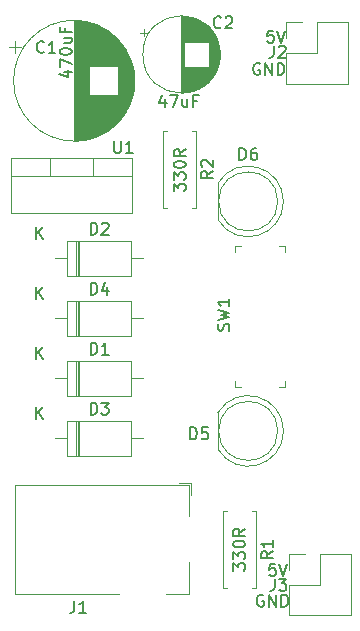
<source format=gbr>
%TF.GenerationSoftware,KiCad,Pcbnew,(5.1.9)-1*%
%TF.CreationDate,2021-10-20T23:10:06+02:00*%
%TF.ProjectId,BreadBoardPowerSupply,42726561-6442-46f6-9172-64506f776572,V1*%
%TF.SameCoordinates,Original*%
%TF.FileFunction,Legend,Top*%
%TF.FilePolarity,Positive*%
%FSLAX46Y46*%
G04 Gerber Fmt 4.6, Leading zero omitted, Abs format (unit mm)*
G04 Created by KiCad (PCBNEW (5.1.9)-1) date 2021-10-20 23:10:06*
%MOMM*%
%LPD*%
G01*
G04 APERTURE LIST*
%ADD10C,0.150000*%
%ADD11C,0.120000*%
%ADD12C,0.100000*%
G04 APERTURE END LIST*
D10*
X149606095Y-66683000D02*
X149510857Y-66635380D01*
X149368000Y-66635380D01*
X149225142Y-66683000D01*
X149129904Y-66778238D01*
X149082285Y-66873476D01*
X149034666Y-67063952D01*
X149034666Y-67206809D01*
X149082285Y-67397285D01*
X149129904Y-67492523D01*
X149225142Y-67587761D01*
X149368000Y-67635380D01*
X149463238Y-67635380D01*
X149606095Y-67587761D01*
X149653714Y-67540142D01*
X149653714Y-67206809D01*
X149463238Y-67206809D01*
X150082285Y-67635380D02*
X150082285Y-66635380D01*
X150653714Y-67635380D01*
X150653714Y-66635380D01*
X151129904Y-67635380D02*
X151129904Y-66635380D01*
X151368000Y-66635380D01*
X151510857Y-66683000D01*
X151606095Y-66778238D01*
X151653714Y-66873476D01*
X151701333Y-67063952D01*
X151701333Y-67206809D01*
X151653714Y-67397285D01*
X151606095Y-67492523D01*
X151510857Y-67587761D01*
X151368000Y-67635380D01*
X151129904Y-67635380D01*
X149923595Y-111704500D02*
X149828357Y-111656880D01*
X149685500Y-111656880D01*
X149542642Y-111704500D01*
X149447404Y-111799738D01*
X149399785Y-111894976D01*
X149352166Y-112085452D01*
X149352166Y-112228309D01*
X149399785Y-112418785D01*
X149447404Y-112514023D01*
X149542642Y-112609261D01*
X149685500Y-112656880D01*
X149780738Y-112656880D01*
X149923595Y-112609261D01*
X149971214Y-112561642D01*
X149971214Y-112228309D01*
X149780738Y-112228309D01*
X150399785Y-112656880D02*
X150399785Y-111656880D01*
X150971214Y-112656880D01*
X150971214Y-111656880D01*
X151447404Y-112656880D02*
X151447404Y-111656880D01*
X151685500Y-111656880D01*
X151828357Y-111704500D01*
X151923595Y-111799738D01*
X151971214Y-111894976D01*
X152018833Y-112085452D01*
X152018833Y-112228309D01*
X151971214Y-112418785D01*
X151923595Y-112514023D01*
X151828357Y-112609261D01*
X151685500Y-112656880D01*
X151447404Y-112656880D01*
X150939523Y-109053380D02*
X150463333Y-109053380D01*
X150415714Y-109529571D01*
X150463333Y-109481952D01*
X150558571Y-109434333D01*
X150796666Y-109434333D01*
X150891904Y-109481952D01*
X150939523Y-109529571D01*
X150987142Y-109624809D01*
X150987142Y-109862904D01*
X150939523Y-109958142D01*
X150891904Y-110005761D01*
X150796666Y-110053380D01*
X150558571Y-110053380D01*
X150463333Y-110005761D01*
X150415714Y-109958142D01*
X151272857Y-109053380D02*
X151606190Y-110053380D01*
X151939523Y-109053380D01*
X150749023Y-63904880D02*
X150272833Y-63904880D01*
X150225214Y-64381071D01*
X150272833Y-64333452D01*
X150368071Y-64285833D01*
X150606166Y-64285833D01*
X150701404Y-64333452D01*
X150749023Y-64381071D01*
X150796642Y-64476309D01*
X150796642Y-64714404D01*
X150749023Y-64809642D01*
X150701404Y-64857261D01*
X150606166Y-64904880D01*
X150368071Y-64904880D01*
X150272833Y-64857261D01*
X150225214Y-64809642D01*
X151082357Y-63904880D02*
X151415690Y-64904880D01*
X151749023Y-63904880D01*
D11*
%TO.C,C1*%
X128901854Y-64760500D02*
X128901854Y-65760500D01*
X128401854Y-65260500D02*
X129401854Y-65260500D01*
X138962500Y-67536500D02*
X138962500Y-68734500D01*
X138922500Y-67273500D02*
X138922500Y-68997500D01*
X138882500Y-67073500D02*
X138882500Y-69197500D01*
X138842500Y-66905500D02*
X138842500Y-69365500D01*
X138802500Y-66757500D02*
X138802500Y-69513500D01*
X138762500Y-66625500D02*
X138762500Y-69645500D01*
X138722500Y-66505500D02*
X138722500Y-69765500D01*
X138682500Y-66393500D02*
X138682500Y-69877500D01*
X138642500Y-66289500D02*
X138642500Y-69981500D01*
X138602500Y-66191500D02*
X138602500Y-70079500D01*
X138562500Y-66098500D02*
X138562500Y-70172500D01*
X138522500Y-66010500D02*
X138522500Y-70260500D01*
X138482500Y-65926500D02*
X138482500Y-70344500D01*
X138442500Y-65846500D02*
X138442500Y-70424500D01*
X138402500Y-65770500D02*
X138402500Y-70500500D01*
X138362500Y-65696500D02*
X138362500Y-70574500D01*
X138322500Y-65625500D02*
X138322500Y-70645500D01*
X138282500Y-65556500D02*
X138282500Y-70714500D01*
X138242500Y-65490500D02*
X138242500Y-70780500D01*
X138202500Y-65426500D02*
X138202500Y-70844500D01*
X138162500Y-65365500D02*
X138162500Y-70905500D01*
X138122500Y-65305500D02*
X138122500Y-70965500D01*
X138082500Y-65246500D02*
X138082500Y-71024500D01*
X138042500Y-65190500D02*
X138042500Y-71080500D01*
X138002500Y-65135500D02*
X138002500Y-71135500D01*
X137962500Y-65081500D02*
X137962500Y-71189500D01*
X137922500Y-65029500D02*
X137922500Y-71241500D01*
X137882500Y-64979500D02*
X137882500Y-71291500D01*
X137842500Y-64929500D02*
X137842500Y-71341500D01*
X137802500Y-64881500D02*
X137802500Y-71389500D01*
X137762500Y-64834500D02*
X137762500Y-71436500D01*
X137722500Y-64788500D02*
X137722500Y-71482500D01*
X137682500Y-64743500D02*
X137682500Y-71527500D01*
X137642500Y-64699500D02*
X137642500Y-71571500D01*
X137602500Y-69376500D02*
X137602500Y-71613500D01*
X137602500Y-64657500D02*
X137602500Y-66894500D01*
X137562500Y-69376500D02*
X137562500Y-71655500D01*
X137562500Y-64615500D02*
X137562500Y-66894500D01*
X137522500Y-69376500D02*
X137522500Y-71696500D01*
X137522500Y-64574500D02*
X137522500Y-66894500D01*
X137482500Y-69376500D02*
X137482500Y-71736500D01*
X137482500Y-64534500D02*
X137482500Y-66894500D01*
X137442500Y-69376500D02*
X137442500Y-71775500D01*
X137442500Y-64495500D02*
X137442500Y-66894500D01*
X137402500Y-69376500D02*
X137402500Y-71814500D01*
X137402500Y-64456500D02*
X137402500Y-66894500D01*
X137362500Y-69376500D02*
X137362500Y-71851500D01*
X137362500Y-64419500D02*
X137362500Y-66894500D01*
X137322500Y-69376500D02*
X137322500Y-71888500D01*
X137322500Y-64382500D02*
X137322500Y-66894500D01*
X137282500Y-69376500D02*
X137282500Y-71924500D01*
X137282500Y-64346500D02*
X137282500Y-66894500D01*
X137242500Y-69376500D02*
X137242500Y-71959500D01*
X137242500Y-64311500D02*
X137242500Y-66894500D01*
X137202500Y-69376500D02*
X137202500Y-71993500D01*
X137202500Y-64277500D02*
X137202500Y-66894500D01*
X137162500Y-69376500D02*
X137162500Y-72027500D01*
X137162500Y-64243500D02*
X137162500Y-66894500D01*
X137122500Y-69376500D02*
X137122500Y-72060500D01*
X137122500Y-64210500D02*
X137122500Y-66894500D01*
X137082500Y-69376500D02*
X137082500Y-72092500D01*
X137082500Y-64178500D02*
X137082500Y-66894500D01*
X137042500Y-69376500D02*
X137042500Y-72124500D01*
X137042500Y-64146500D02*
X137042500Y-66894500D01*
X137002500Y-69376500D02*
X137002500Y-72155500D01*
X137002500Y-64115500D02*
X137002500Y-66894500D01*
X136962500Y-69376500D02*
X136962500Y-72185500D01*
X136962500Y-64085500D02*
X136962500Y-66894500D01*
X136922500Y-69376500D02*
X136922500Y-72215500D01*
X136922500Y-64055500D02*
X136922500Y-66894500D01*
X136882500Y-69376500D02*
X136882500Y-72245500D01*
X136882500Y-64025500D02*
X136882500Y-66894500D01*
X136842500Y-69376500D02*
X136842500Y-72273500D01*
X136842500Y-63997500D02*
X136842500Y-66894500D01*
X136802500Y-69376500D02*
X136802500Y-72301500D01*
X136802500Y-63969500D02*
X136802500Y-66894500D01*
X136762500Y-69376500D02*
X136762500Y-72329500D01*
X136762500Y-63941500D02*
X136762500Y-66894500D01*
X136722500Y-69376500D02*
X136722500Y-72356500D01*
X136722500Y-63914500D02*
X136722500Y-66894500D01*
X136682500Y-69376500D02*
X136682500Y-72382500D01*
X136682500Y-63888500D02*
X136682500Y-66894500D01*
X136642500Y-69376500D02*
X136642500Y-72408500D01*
X136642500Y-63862500D02*
X136642500Y-66894500D01*
X136602500Y-69376500D02*
X136602500Y-72433500D01*
X136602500Y-63837500D02*
X136602500Y-66894500D01*
X136562500Y-69376500D02*
X136562500Y-72458500D01*
X136562500Y-63812500D02*
X136562500Y-66894500D01*
X136522500Y-69376500D02*
X136522500Y-72482500D01*
X136522500Y-63788500D02*
X136522500Y-66894500D01*
X136482500Y-69376500D02*
X136482500Y-72506500D01*
X136482500Y-63764500D02*
X136482500Y-66894500D01*
X136442500Y-69376500D02*
X136442500Y-72530500D01*
X136442500Y-63740500D02*
X136442500Y-66894500D01*
X136402500Y-69376500D02*
X136402500Y-72552500D01*
X136402500Y-63718500D02*
X136402500Y-66894500D01*
X136362500Y-69376500D02*
X136362500Y-72575500D01*
X136362500Y-63695500D02*
X136362500Y-66894500D01*
X136322500Y-69376500D02*
X136322500Y-72597500D01*
X136322500Y-63673500D02*
X136322500Y-66894500D01*
X136282500Y-69376500D02*
X136282500Y-72618500D01*
X136282500Y-63652500D02*
X136282500Y-66894500D01*
X136242500Y-69376500D02*
X136242500Y-72639500D01*
X136242500Y-63631500D02*
X136242500Y-66894500D01*
X136202500Y-69376500D02*
X136202500Y-72660500D01*
X136202500Y-63610500D02*
X136202500Y-66894500D01*
X136162500Y-69376500D02*
X136162500Y-72680500D01*
X136162500Y-63590500D02*
X136162500Y-66894500D01*
X136122500Y-69376500D02*
X136122500Y-72699500D01*
X136122500Y-63571500D02*
X136122500Y-66894500D01*
X136082500Y-69376500D02*
X136082500Y-72719500D01*
X136082500Y-63551500D02*
X136082500Y-66894500D01*
X136042500Y-69376500D02*
X136042500Y-72738500D01*
X136042500Y-63532500D02*
X136042500Y-66894500D01*
X136002500Y-69376500D02*
X136002500Y-72756500D01*
X136002500Y-63514500D02*
X136002500Y-66894500D01*
X135962500Y-69376500D02*
X135962500Y-72774500D01*
X135962500Y-63496500D02*
X135962500Y-66894500D01*
X135922500Y-69376500D02*
X135922500Y-72792500D01*
X135922500Y-63478500D02*
X135922500Y-66894500D01*
X135882500Y-69376500D02*
X135882500Y-72809500D01*
X135882500Y-63461500D02*
X135882500Y-66894500D01*
X135842500Y-69376500D02*
X135842500Y-72825500D01*
X135842500Y-63445500D02*
X135842500Y-66894500D01*
X135802500Y-69376500D02*
X135802500Y-72842500D01*
X135802500Y-63428500D02*
X135802500Y-66894500D01*
X135762500Y-69376500D02*
X135762500Y-72858500D01*
X135762500Y-63412500D02*
X135762500Y-66894500D01*
X135722500Y-69376500D02*
X135722500Y-72873500D01*
X135722500Y-63397500D02*
X135722500Y-66894500D01*
X135682500Y-69376500D02*
X135682500Y-72889500D01*
X135682500Y-63381500D02*
X135682500Y-66894500D01*
X135642500Y-69376500D02*
X135642500Y-72903500D01*
X135642500Y-63367500D02*
X135642500Y-66894500D01*
X135602500Y-69376500D02*
X135602500Y-72918500D01*
X135602500Y-63352500D02*
X135602500Y-66894500D01*
X135562500Y-69376500D02*
X135562500Y-72932500D01*
X135562500Y-63338500D02*
X135562500Y-66894500D01*
X135522500Y-69376500D02*
X135522500Y-72946500D01*
X135522500Y-63324500D02*
X135522500Y-66894500D01*
X135482500Y-69376500D02*
X135482500Y-72959500D01*
X135482500Y-63311500D02*
X135482500Y-66894500D01*
X135442500Y-69376500D02*
X135442500Y-72972500D01*
X135442500Y-63298500D02*
X135442500Y-66894500D01*
X135402500Y-69376500D02*
X135402500Y-72985500D01*
X135402500Y-63285500D02*
X135402500Y-66894500D01*
X135362500Y-69376500D02*
X135362500Y-72997500D01*
X135362500Y-63273500D02*
X135362500Y-66894500D01*
X135322500Y-69376500D02*
X135322500Y-73009500D01*
X135322500Y-63261500D02*
X135322500Y-66894500D01*
X135282500Y-69376500D02*
X135282500Y-73020500D01*
X135282500Y-63250500D02*
X135282500Y-66894500D01*
X135242500Y-69376500D02*
X135242500Y-73032500D01*
X135242500Y-63238500D02*
X135242500Y-66894500D01*
X135202500Y-69376500D02*
X135202500Y-73042500D01*
X135202500Y-63228500D02*
X135202500Y-66894500D01*
X135162500Y-69376500D02*
X135162500Y-73053500D01*
X135162500Y-63217500D02*
X135162500Y-66894500D01*
X135122500Y-63207500D02*
X135122500Y-73063500D01*
X135082500Y-63197500D02*
X135082500Y-73073500D01*
X135042500Y-63188500D02*
X135042500Y-73082500D01*
X135002500Y-63179500D02*
X135002500Y-73091500D01*
X134962500Y-63170500D02*
X134962500Y-73100500D01*
X134922500Y-63161500D02*
X134922500Y-73109500D01*
X134882500Y-63153500D02*
X134882500Y-73117500D01*
X134842500Y-63145500D02*
X134842500Y-73125500D01*
X134802500Y-63138500D02*
X134802500Y-73132500D01*
X134762500Y-63131500D02*
X134762500Y-73139500D01*
X134722500Y-63124500D02*
X134722500Y-73146500D01*
X134682500Y-63117500D02*
X134682500Y-73153500D01*
X134642500Y-63111500D02*
X134642500Y-73159500D01*
X134602500Y-63105500D02*
X134602500Y-73165500D01*
X134561500Y-63100500D02*
X134561500Y-73170500D01*
X134521500Y-63095500D02*
X134521500Y-73175500D01*
X134481500Y-63090500D02*
X134481500Y-73180500D01*
X134441500Y-63085500D02*
X134441500Y-73185500D01*
X134401500Y-63081500D02*
X134401500Y-73189500D01*
X134361500Y-63077500D02*
X134361500Y-73193500D01*
X134321500Y-63073500D02*
X134321500Y-73197500D01*
X134281500Y-63070500D02*
X134281500Y-73200500D01*
X134241500Y-63067500D02*
X134241500Y-73203500D01*
X134201500Y-63065500D02*
X134201500Y-73205500D01*
X134161500Y-63062500D02*
X134161500Y-73208500D01*
X134121500Y-63060500D02*
X134121500Y-73210500D01*
X134081500Y-63058500D02*
X134081500Y-73212500D01*
X134041500Y-63057500D02*
X134041500Y-73213500D01*
X134001500Y-63056500D02*
X134001500Y-73214500D01*
X133961500Y-63055500D02*
X133961500Y-73215500D01*
X133921500Y-63055500D02*
X133921500Y-73215500D01*
X133881500Y-63055500D02*
X133881500Y-73215500D01*
X139001500Y-68135500D02*
G75*
G03*
X139001500Y-68135500I-5120000J0D01*
G01*
%TO.C,C2*%
X139796759Y-63759000D02*
X139796759Y-64389000D01*
X139481759Y-64074000D02*
X140111759Y-64074000D01*
X146223000Y-65511000D02*
X146223000Y-66315000D01*
X146183000Y-65280000D02*
X146183000Y-66546000D01*
X146143000Y-65111000D02*
X146143000Y-66715000D01*
X146103000Y-64973000D02*
X146103000Y-66853000D01*
X146063000Y-64854000D02*
X146063000Y-66972000D01*
X146023000Y-64748000D02*
X146023000Y-67078000D01*
X145983000Y-64651000D02*
X145983000Y-67175000D01*
X145943000Y-64563000D02*
X145943000Y-67263000D01*
X145903000Y-64481000D02*
X145903000Y-67345000D01*
X145863000Y-64404000D02*
X145863000Y-67422000D01*
X145823000Y-64332000D02*
X145823000Y-67494000D01*
X145783000Y-64263000D02*
X145783000Y-67563000D01*
X145743000Y-64199000D02*
X145743000Y-67627000D01*
X145703000Y-64137000D02*
X145703000Y-67689000D01*
X145663000Y-64079000D02*
X145663000Y-67747000D01*
X145623000Y-64023000D02*
X145623000Y-67803000D01*
X145583000Y-63969000D02*
X145583000Y-67857000D01*
X145543000Y-63918000D02*
X145543000Y-67908000D01*
X145503000Y-63869000D02*
X145503000Y-67957000D01*
X145463000Y-63821000D02*
X145463000Y-68005000D01*
X145423000Y-63776000D02*
X145423000Y-68050000D01*
X145383000Y-63731000D02*
X145383000Y-68095000D01*
X145343000Y-63689000D02*
X145343000Y-68137000D01*
X145303000Y-63648000D02*
X145303000Y-68178000D01*
X145263000Y-66953000D02*
X145263000Y-68218000D01*
X145263000Y-63608000D02*
X145263000Y-64873000D01*
X145223000Y-66953000D02*
X145223000Y-68256000D01*
X145223000Y-63570000D02*
X145223000Y-64873000D01*
X145183000Y-66953000D02*
X145183000Y-68293000D01*
X145183000Y-63533000D02*
X145183000Y-64873000D01*
X145143000Y-66953000D02*
X145143000Y-68329000D01*
X145143000Y-63497000D02*
X145143000Y-64873000D01*
X145103000Y-66953000D02*
X145103000Y-68363000D01*
X145103000Y-63463000D02*
X145103000Y-64873000D01*
X145063000Y-66953000D02*
X145063000Y-68397000D01*
X145063000Y-63429000D02*
X145063000Y-64873000D01*
X145023000Y-66953000D02*
X145023000Y-68429000D01*
X145023000Y-63397000D02*
X145023000Y-64873000D01*
X144983000Y-66953000D02*
X144983000Y-68461000D01*
X144983000Y-63365000D02*
X144983000Y-64873000D01*
X144943000Y-66953000D02*
X144943000Y-68491000D01*
X144943000Y-63335000D02*
X144943000Y-64873000D01*
X144903000Y-66953000D02*
X144903000Y-68520000D01*
X144903000Y-63306000D02*
X144903000Y-64873000D01*
X144863000Y-66953000D02*
X144863000Y-68549000D01*
X144863000Y-63277000D02*
X144863000Y-64873000D01*
X144823000Y-66953000D02*
X144823000Y-68577000D01*
X144823000Y-63249000D02*
X144823000Y-64873000D01*
X144783000Y-66953000D02*
X144783000Y-68603000D01*
X144783000Y-63223000D02*
X144783000Y-64873000D01*
X144743000Y-66953000D02*
X144743000Y-68629000D01*
X144743000Y-63197000D02*
X144743000Y-64873000D01*
X144703000Y-66953000D02*
X144703000Y-68655000D01*
X144703000Y-63171000D02*
X144703000Y-64873000D01*
X144663000Y-66953000D02*
X144663000Y-68679000D01*
X144663000Y-63147000D02*
X144663000Y-64873000D01*
X144623000Y-66953000D02*
X144623000Y-68703000D01*
X144623000Y-63123000D02*
X144623000Y-64873000D01*
X144583000Y-66953000D02*
X144583000Y-68725000D01*
X144583000Y-63101000D02*
X144583000Y-64873000D01*
X144543000Y-66953000D02*
X144543000Y-68747000D01*
X144543000Y-63079000D02*
X144543000Y-64873000D01*
X144503000Y-66953000D02*
X144503000Y-68769000D01*
X144503000Y-63057000D02*
X144503000Y-64873000D01*
X144463000Y-66953000D02*
X144463000Y-68789000D01*
X144463000Y-63037000D02*
X144463000Y-64873000D01*
X144423000Y-66953000D02*
X144423000Y-68809000D01*
X144423000Y-63017000D02*
X144423000Y-64873000D01*
X144383000Y-66953000D02*
X144383000Y-68829000D01*
X144383000Y-62997000D02*
X144383000Y-64873000D01*
X144343000Y-66953000D02*
X144343000Y-68847000D01*
X144343000Y-62979000D02*
X144343000Y-64873000D01*
X144303000Y-66953000D02*
X144303000Y-68865000D01*
X144303000Y-62961000D02*
X144303000Y-64873000D01*
X144263000Y-66953000D02*
X144263000Y-68883000D01*
X144263000Y-62943000D02*
X144263000Y-64873000D01*
X144223000Y-66953000D02*
X144223000Y-68899000D01*
X144223000Y-62927000D02*
X144223000Y-64873000D01*
X144183000Y-66953000D02*
X144183000Y-68915000D01*
X144183000Y-62911000D02*
X144183000Y-64873000D01*
X144143000Y-66953000D02*
X144143000Y-68931000D01*
X144143000Y-62895000D02*
X144143000Y-64873000D01*
X144103000Y-66953000D02*
X144103000Y-68946000D01*
X144103000Y-62880000D02*
X144103000Y-64873000D01*
X144063000Y-66953000D02*
X144063000Y-68960000D01*
X144063000Y-62866000D02*
X144063000Y-64873000D01*
X144023000Y-66953000D02*
X144023000Y-68974000D01*
X144023000Y-62852000D02*
X144023000Y-64873000D01*
X143983000Y-66953000D02*
X143983000Y-68987000D01*
X143983000Y-62839000D02*
X143983000Y-64873000D01*
X143943000Y-66953000D02*
X143943000Y-68999000D01*
X143943000Y-62827000D02*
X143943000Y-64873000D01*
X143903000Y-66953000D02*
X143903000Y-69011000D01*
X143903000Y-62815000D02*
X143903000Y-64873000D01*
X143863000Y-66953000D02*
X143863000Y-69023000D01*
X143863000Y-62803000D02*
X143863000Y-64873000D01*
X143823000Y-66953000D02*
X143823000Y-69034000D01*
X143823000Y-62792000D02*
X143823000Y-64873000D01*
X143783000Y-66953000D02*
X143783000Y-69044000D01*
X143783000Y-62782000D02*
X143783000Y-64873000D01*
X143743000Y-66953000D02*
X143743000Y-69054000D01*
X143743000Y-62772000D02*
X143743000Y-64873000D01*
X143703000Y-66953000D02*
X143703000Y-69063000D01*
X143703000Y-62763000D02*
X143703000Y-64873000D01*
X143662000Y-66953000D02*
X143662000Y-69072000D01*
X143662000Y-62754000D02*
X143662000Y-64873000D01*
X143622000Y-66953000D02*
X143622000Y-69080000D01*
X143622000Y-62746000D02*
X143622000Y-64873000D01*
X143582000Y-66953000D02*
X143582000Y-69088000D01*
X143582000Y-62738000D02*
X143582000Y-64873000D01*
X143542000Y-66953000D02*
X143542000Y-69095000D01*
X143542000Y-62731000D02*
X143542000Y-64873000D01*
X143502000Y-66953000D02*
X143502000Y-69102000D01*
X143502000Y-62724000D02*
X143502000Y-64873000D01*
X143462000Y-66953000D02*
X143462000Y-69108000D01*
X143462000Y-62718000D02*
X143462000Y-64873000D01*
X143422000Y-66953000D02*
X143422000Y-69114000D01*
X143422000Y-62712000D02*
X143422000Y-64873000D01*
X143382000Y-66953000D02*
X143382000Y-69119000D01*
X143382000Y-62707000D02*
X143382000Y-64873000D01*
X143342000Y-66953000D02*
X143342000Y-69124000D01*
X143342000Y-62702000D02*
X143342000Y-64873000D01*
X143302000Y-66953000D02*
X143302000Y-69128000D01*
X143302000Y-62698000D02*
X143302000Y-64873000D01*
X143262000Y-66953000D02*
X143262000Y-69131000D01*
X143262000Y-62695000D02*
X143262000Y-64873000D01*
X143222000Y-66953000D02*
X143222000Y-69135000D01*
X143222000Y-62691000D02*
X143222000Y-64873000D01*
X143182000Y-62689000D02*
X143182000Y-69137000D01*
X143142000Y-62686000D02*
X143142000Y-69140000D01*
X143102000Y-62685000D02*
X143102000Y-69141000D01*
X143062000Y-62683000D02*
X143062000Y-69143000D01*
X143022000Y-62683000D02*
X143022000Y-69143000D01*
X142982000Y-62683000D02*
X142982000Y-69143000D01*
X146252000Y-65913000D02*
G75*
G03*
X146252000Y-65913000I-3270000J0D01*
G01*
%TO.C,D1*%
X134077000Y-91875000D02*
X134077000Y-94815000D01*
X134317000Y-91875000D02*
X134317000Y-94815000D01*
X134197000Y-91875000D02*
X134197000Y-94815000D01*
X139757000Y-93345000D02*
X138737000Y-93345000D01*
X132277000Y-93345000D02*
X133297000Y-93345000D01*
X138737000Y-91875000D02*
X133297000Y-91875000D01*
X138737000Y-94815000D02*
X138737000Y-91875000D01*
X133297000Y-94815000D02*
X138737000Y-94815000D01*
X133297000Y-91875000D02*
X133297000Y-94815000D01*
%TO.C,D2*%
X134077000Y-81715000D02*
X134077000Y-84655000D01*
X134317000Y-81715000D02*
X134317000Y-84655000D01*
X134197000Y-81715000D02*
X134197000Y-84655000D01*
X139757000Y-83185000D02*
X138737000Y-83185000D01*
X132277000Y-83185000D02*
X133297000Y-83185000D01*
X138737000Y-81715000D02*
X133297000Y-81715000D01*
X138737000Y-84655000D02*
X138737000Y-81715000D01*
X133297000Y-84655000D02*
X138737000Y-84655000D01*
X133297000Y-81715000D02*
X133297000Y-84655000D01*
%TO.C,D3*%
X133297000Y-96955000D02*
X133297000Y-99895000D01*
X133297000Y-99895000D02*
X138737000Y-99895000D01*
X138737000Y-99895000D02*
X138737000Y-96955000D01*
X138737000Y-96955000D02*
X133297000Y-96955000D01*
X132277000Y-98425000D02*
X133297000Y-98425000D01*
X139757000Y-98425000D02*
X138737000Y-98425000D01*
X134197000Y-96955000D02*
X134197000Y-99895000D01*
X134317000Y-96955000D02*
X134317000Y-99895000D01*
X134077000Y-96955000D02*
X134077000Y-99895000D01*
%TO.C,D4*%
X133297000Y-86795000D02*
X133297000Y-89735000D01*
X133297000Y-89735000D02*
X138737000Y-89735000D01*
X138737000Y-89735000D02*
X138737000Y-86795000D01*
X138737000Y-86795000D02*
X133297000Y-86795000D01*
X132277000Y-88265000D02*
X133297000Y-88265000D01*
X139757000Y-88265000D02*
X138737000Y-88265000D01*
X134197000Y-86795000D02*
X134197000Y-89735000D01*
X134317000Y-86795000D02*
X134317000Y-89735000D01*
X134077000Y-86795000D02*
X134077000Y-89735000D01*
%TO.C,D5*%
X146066000Y-96245000D02*
X146066000Y-99335000D01*
X151126000Y-97790000D02*
G75*
G03*
X151126000Y-97790000I-2500000J0D01*
G01*
X151616000Y-97790462D02*
G75*
G03*
X146066000Y-96245170I-2990000J462D01*
G01*
X151616000Y-97789538D02*
G75*
G02*
X146066000Y-99334830I-2990000J-462D01*
G01*
%TO.C,D6*%
X151616000Y-78358538D02*
G75*
G02*
X146066000Y-79903830I-2990000J-462D01*
G01*
X151616000Y-78359462D02*
G75*
G03*
X146066000Y-76814170I-2990000J462D01*
G01*
X151126000Y-78359000D02*
G75*
G03*
X151126000Y-78359000I-2500000J0D01*
G01*
X146066000Y-76814000D02*
X146066000Y-79904000D01*
%TO.C,J1*%
X143584500Y-102397500D02*
X143584500Y-104997500D01*
X128884500Y-102397500D02*
X143584500Y-102397500D01*
X143584500Y-111597500D02*
X141684500Y-111597500D01*
X143584500Y-108897500D02*
X143584500Y-111597500D01*
X128884500Y-111597500D02*
X128884500Y-102397500D01*
X137684500Y-111597500D02*
X128884500Y-111597500D01*
X142734500Y-102197500D02*
X143784500Y-102197500D01*
X143784500Y-103247500D02*
X143784500Y-102197500D01*
%TO.C,J2*%
X151860000Y-63186000D02*
X153190000Y-63186000D01*
X151860000Y-64516000D02*
X151860000Y-63186000D01*
X154460000Y-63186000D02*
X157060000Y-63186000D01*
X154460000Y-65786000D02*
X154460000Y-63186000D01*
X151860000Y-65786000D02*
X154460000Y-65786000D01*
X157060000Y-63186000D02*
X157060000Y-68386000D01*
X151860000Y-65786000D02*
X151860000Y-68386000D01*
X151860000Y-68386000D02*
X157060000Y-68386000D01*
%TO.C,J3*%
X152094000Y-113398000D02*
X157294000Y-113398000D01*
X152094000Y-110798000D02*
X152094000Y-113398000D01*
X157294000Y-108198000D02*
X157294000Y-113398000D01*
X152094000Y-110798000D02*
X154694000Y-110798000D01*
X154694000Y-110798000D02*
X154694000Y-108198000D01*
X154694000Y-108198000D02*
X157294000Y-108198000D01*
X152094000Y-109528000D02*
X152094000Y-108198000D01*
X152094000Y-108198000D02*
X153424000Y-108198000D01*
%TO.C,R1*%
X148931500Y-104553000D02*
X149261500Y-104553000D01*
X149261500Y-104553000D02*
X149261500Y-111093000D01*
X149261500Y-111093000D02*
X148931500Y-111093000D01*
X146851500Y-104553000D02*
X146521500Y-104553000D01*
X146521500Y-104553000D02*
X146521500Y-111093000D01*
X146521500Y-111093000D02*
X146851500Y-111093000D01*
%TO.C,R2*%
X141441500Y-78898500D02*
X141771500Y-78898500D01*
X141441500Y-72358500D02*
X141441500Y-78898500D01*
X141771500Y-72358500D02*
X141441500Y-72358500D01*
X144181500Y-78898500D02*
X143851500Y-78898500D01*
X144181500Y-72358500D02*
X144181500Y-78898500D01*
X143851500Y-72358500D02*
X144181500Y-72358500D01*
D12*
%TO.C,SW1*%
X147506000Y-82154500D02*
X147506000Y-82654500D01*
X147506000Y-82154500D02*
X148006000Y-82154500D01*
X147506000Y-94054500D02*
X148006000Y-94054500D01*
X147506000Y-94054500D02*
X147506000Y-93554500D01*
X151706000Y-94054500D02*
X151206000Y-94054500D01*
X151706000Y-94054500D02*
X151706000Y-93554500D01*
X151706000Y-82154500D02*
X151206000Y-82154500D01*
X151706000Y-82154500D02*
X151706000Y-82654500D01*
D11*
%TO.C,U1*%
X135518500Y-74708000D02*
X135518500Y-76218000D01*
X131817500Y-74708000D02*
X131817500Y-76218000D01*
X128547500Y-76218000D02*
X138787500Y-76218000D01*
X138787500Y-74708000D02*
X138787500Y-79349000D01*
X128547500Y-74708000D02*
X128547500Y-79349000D01*
X128547500Y-79349000D02*
X138787500Y-79349000D01*
X128547500Y-74708000D02*
X138787500Y-74708000D01*
%TO.C,C1*%
D10*
X131341833Y-65698642D02*
X131294214Y-65746261D01*
X131151357Y-65793880D01*
X131056119Y-65793880D01*
X130913261Y-65746261D01*
X130818023Y-65651023D01*
X130770404Y-65555785D01*
X130722785Y-65365309D01*
X130722785Y-65222452D01*
X130770404Y-65031976D01*
X130818023Y-64936738D01*
X130913261Y-64841500D01*
X131056119Y-64793880D01*
X131151357Y-64793880D01*
X131294214Y-64841500D01*
X131341833Y-64889119D01*
X132294214Y-65793880D02*
X131722785Y-65793880D01*
X132008500Y-65793880D02*
X132008500Y-64793880D01*
X131913261Y-64936738D01*
X131818023Y-65031976D01*
X131722785Y-65079595D01*
X133008714Y-67365357D02*
X133675380Y-67365357D01*
X132627761Y-67603452D02*
X133342047Y-67841547D01*
X133342047Y-67222500D01*
X132675380Y-66936785D02*
X132675380Y-66270119D01*
X133675380Y-66698690D01*
X132675380Y-65698690D02*
X132675380Y-65603452D01*
X132723000Y-65508214D01*
X132770619Y-65460595D01*
X132865857Y-65412976D01*
X133056333Y-65365357D01*
X133294428Y-65365357D01*
X133484904Y-65412976D01*
X133580142Y-65460595D01*
X133627761Y-65508214D01*
X133675380Y-65603452D01*
X133675380Y-65698690D01*
X133627761Y-65793928D01*
X133580142Y-65841547D01*
X133484904Y-65889166D01*
X133294428Y-65936785D01*
X133056333Y-65936785D01*
X132865857Y-65889166D01*
X132770619Y-65841547D01*
X132723000Y-65793928D01*
X132675380Y-65698690D01*
X133008714Y-64508214D02*
X133675380Y-64508214D01*
X133008714Y-64936785D02*
X133532523Y-64936785D01*
X133627761Y-64889166D01*
X133675380Y-64793928D01*
X133675380Y-64651071D01*
X133627761Y-64555833D01*
X133580142Y-64508214D01*
X133151571Y-63698690D02*
X133151571Y-64032023D01*
X133675380Y-64032023D02*
X132675380Y-64032023D01*
X132675380Y-63555833D01*
%TO.C,C2*%
X146327833Y-63603142D02*
X146280214Y-63650761D01*
X146137357Y-63698380D01*
X146042119Y-63698380D01*
X145899261Y-63650761D01*
X145804023Y-63555523D01*
X145756404Y-63460285D01*
X145708785Y-63269809D01*
X145708785Y-63126952D01*
X145756404Y-62936476D01*
X145804023Y-62841238D01*
X145899261Y-62746000D01*
X146042119Y-62698380D01*
X146137357Y-62698380D01*
X146280214Y-62746000D01*
X146327833Y-62793619D01*
X146708785Y-62793619D02*
X146756404Y-62746000D01*
X146851642Y-62698380D01*
X147089738Y-62698380D01*
X147184976Y-62746000D01*
X147232595Y-62793619D01*
X147280214Y-62888857D01*
X147280214Y-62984095D01*
X147232595Y-63126952D01*
X146661166Y-63698380D01*
X147280214Y-63698380D01*
X141581333Y-69699214D02*
X141581333Y-70365880D01*
X141343238Y-69318261D02*
X141105142Y-70032547D01*
X141724190Y-70032547D01*
X142009904Y-69365880D02*
X142676571Y-69365880D01*
X142248000Y-70365880D01*
X143486095Y-69699214D02*
X143486095Y-70365880D01*
X143057523Y-69699214D02*
X143057523Y-70223023D01*
X143105142Y-70318261D01*
X143200380Y-70365880D01*
X143343238Y-70365880D01*
X143438476Y-70318261D01*
X143486095Y-70270642D01*
X144295619Y-69842071D02*
X143962285Y-69842071D01*
X143962285Y-70365880D02*
X143962285Y-69365880D01*
X144438476Y-69365880D01*
%TO.C,D1*%
X135278904Y-91327380D02*
X135278904Y-90327380D01*
X135517000Y-90327380D01*
X135659857Y-90375000D01*
X135755095Y-90470238D01*
X135802714Y-90565476D01*
X135850333Y-90755952D01*
X135850333Y-90898809D01*
X135802714Y-91089285D01*
X135755095Y-91184523D01*
X135659857Y-91279761D01*
X135517000Y-91327380D01*
X135278904Y-91327380D01*
X136802714Y-91327380D02*
X136231285Y-91327380D01*
X136517000Y-91327380D02*
X136517000Y-90327380D01*
X136421761Y-90470238D01*
X136326523Y-90565476D01*
X136231285Y-90613095D01*
X130675095Y-91697380D02*
X130675095Y-90697380D01*
X131246523Y-91697380D02*
X130817952Y-91125952D01*
X131246523Y-90697380D02*
X130675095Y-91268809D01*
%TO.C,D2*%
X135278904Y-81167380D02*
X135278904Y-80167380D01*
X135517000Y-80167380D01*
X135659857Y-80215000D01*
X135755095Y-80310238D01*
X135802714Y-80405476D01*
X135850333Y-80595952D01*
X135850333Y-80738809D01*
X135802714Y-80929285D01*
X135755095Y-81024523D01*
X135659857Y-81119761D01*
X135517000Y-81167380D01*
X135278904Y-81167380D01*
X136231285Y-80262619D02*
X136278904Y-80215000D01*
X136374142Y-80167380D01*
X136612238Y-80167380D01*
X136707476Y-80215000D01*
X136755095Y-80262619D01*
X136802714Y-80357857D01*
X136802714Y-80453095D01*
X136755095Y-80595952D01*
X136183666Y-81167380D01*
X136802714Y-81167380D01*
X130675095Y-81537380D02*
X130675095Y-80537380D01*
X131246523Y-81537380D02*
X130817952Y-80965952D01*
X131246523Y-80537380D02*
X130675095Y-81108809D01*
%TO.C,D3*%
X135278904Y-96407380D02*
X135278904Y-95407380D01*
X135517000Y-95407380D01*
X135659857Y-95455000D01*
X135755095Y-95550238D01*
X135802714Y-95645476D01*
X135850333Y-95835952D01*
X135850333Y-95978809D01*
X135802714Y-96169285D01*
X135755095Y-96264523D01*
X135659857Y-96359761D01*
X135517000Y-96407380D01*
X135278904Y-96407380D01*
X136183666Y-95407380D02*
X136802714Y-95407380D01*
X136469380Y-95788333D01*
X136612238Y-95788333D01*
X136707476Y-95835952D01*
X136755095Y-95883571D01*
X136802714Y-95978809D01*
X136802714Y-96216904D01*
X136755095Y-96312142D01*
X136707476Y-96359761D01*
X136612238Y-96407380D01*
X136326523Y-96407380D01*
X136231285Y-96359761D01*
X136183666Y-96312142D01*
X130675095Y-96777380D02*
X130675095Y-95777380D01*
X131246523Y-96777380D02*
X130817952Y-96205952D01*
X131246523Y-95777380D02*
X130675095Y-96348809D01*
%TO.C,D4*%
X135278904Y-86247380D02*
X135278904Y-85247380D01*
X135517000Y-85247380D01*
X135659857Y-85295000D01*
X135755095Y-85390238D01*
X135802714Y-85485476D01*
X135850333Y-85675952D01*
X135850333Y-85818809D01*
X135802714Y-86009285D01*
X135755095Y-86104523D01*
X135659857Y-86199761D01*
X135517000Y-86247380D01*
X135278904Y-86247380D01*
X136707476Y-85580714D02*
X136707476Y-86247380D01*
X136469380Y-85199761D02*
X136231285Y-85914047D01*
X136850333Y-85914047D01*
X130675095Y-86617380D02*
X130675095Y-85617380D01*
X131246523Y-86617380D02*
X130817952Y-86045952D01*
X131246523Y-85617380D02*
X130675095Y-86188809D01*
%TO.C,D5*%
X143724404Y-98496380D02*
X143724404Y-97496380D01*
X143962500Y-97496380D01*
X144105357Y-97544000D01*
X144200595Y-97639238D01*
X144248214Y-97734476D01*
X144295833Y-97924952D01*
X144295833Y-98067809D01*
X144248214Y-98258285D01*
X144200595Y-98353523D01*
X144105357Y-98448761D01*
X143962500Y-98496380D01*
X143724404Y-98496380D01*
X145200595Y-97496380D02*
X144724404Y-97496380D01*
X144676785Y-97972571D01*
X144724404Y-97924952D01*
X144819642Y-97877333D01*
X145057738Y-97877333D01*
X145152976Y-97924952D01*
X145200595Y-97972571D01*
X145248214Y-98067809D01*
X145248214Y-98305904D01*
X145200595Y-98401142D01*
X145152976Y-98448761D01*
X145057738Y-98496380D01*
X144819642Y-98496380D01*
X144724404Y-98448761D01*
X144676785Y-98401142D01*
%TO.C,D6*%
X147887904Y-74851380D02*
X147887904Y-73851380D01*
X148126000Y-73851380D01*
X148268857Y-73899000D01*
X148364095Y-73994238D01*
X148411714Y-74089476D01*
X148459333Y-74279952D01*
X148459333Y-74422809D01*
X148411714Y-74613285D01*
X148364095Y-74708523D01*
X148268857Y-74803761D01*
X148126000Y-74851380D01*
X147887904Y-74851380D01*
X149316476Y-73851380D02*
X149126000Y-73851380D01*
X149030761Y-73899000D01*
X148983142Y-73946619D01*
X148887904Y-74089476D01*
X148840285Y-74279952D01*
X148840285Y-74660904D01*
X148887904Y-74756142D01*
X148935523Y-74803761D01*
X149030761Y-74851380D01*
X149221238Y-74851380D01*
X149316476Y-74803761D01*
X149364095Y-74756142D01*
X149411714Y-74660904D01*
X149411714Y-74422809D01*
X149364095Y-74327571D01*
X149316476Y-74279952D01*
X149221238Y-74232333D01*
X149030761Y-74232333D01*
X148935523Y-74279952D01*
X148887904Y-74327571D01*
X148840285Y-74422809D01*
%TO.C,J1*%
X133901166Y-112199880D02*
X133901166Y-112914166D01*
X133853547Y-113057023D01*
X133758309Y-113152261D01*
X133615452Y-113199880D01*
X133520214Y-113199880D01*
X134901166Y-113199880D02*
X134329738Y-113199880D01*
X134615452Y-113199880D02*
X134615452Y-112199880D01*
X134520214Y-112342738D01*
X134424976Y-112437976D01*
X134329738Y-112485595D01*
%TO.C,J2*%
X150796666Y-65174880D02*
X150796666Y-65889166D01*
X150749047Y-66032023D01*
X150653809Y-66127261D01*
X150510952Y-66174880D01*
X150415714Y-66174880D01*
X151225238Y-65270119D02*
X151272857Y-65222500D01*
X151368095Y-65174880D01*
X151606190Y-65174880D01*
X151701428Y-65222500D01*
X151749047Y-65270119D01*
X151796666Y-65365357D01*
X151796666Y-65460595D01*
X151749047Y-65603452D01*
X151177619Y-66174880D01*
X151796666Y-66174880D01*
%TO.C,J3*%
X150860166Y-110323380D02*
X150860166Y-111037666D01*
X150812547Y-111180523D01*
X150717309Y-111275761D01*
X150574452Y-111323380D01*
X150479214Y-111323380D01*
X151241119Y-110323380D02*
X151860166Y-110323380D01*
X151526833Y-110704333D01*
X151669690Y-110704333D01*
X151764928Y-110751952D01*
X151812547Y-110799571D01*
X151860166Y-110894809D01*
X151860166Y-111132904D01*
X151812547Y-111228142D01*
X151764928Y-111275761D01*
X151669690Y-111323380D01*
X151383976Y-111323380D01*
X151288738Y-111275761D01*
X151241119Y-111228142D01*
%TO.C,R1*%
X150713880Y-107989666D02*
X150237690Y-108323000D01*
X150713880Y-108561095D02*
X149713880Y-108561095D01*
X149713880Y-108180142D01*
X149761500Y-108084904D01*
X149809119Y-108037285D01*
X149904357Y-107989666D01*
X150047214Y-107989666D01*
X150142452Y-108037285D01*
X150190071Y-108084904D01*
X150237690Y-108180142D01*
X150237690Y-108561095D01*
X150713880Y-107037285D02*
X150713880Y-107608714D01*
X150713880Y-107323000D02*
X149713880Y-107323000D01*
X149856738Y-107418238D01*
X149951976Y-107513476D01*
X149999595Y-107608714D01*
X147343880Y-109608714D02*
X147343880Y-108989666D01*
X147724833Y-109323000D01*
X147724833Y-109180142D01*
X147772452Y-109084904D01*
X147820071Y-109037285D01*
X147915309Y-108989666D01*
X148153404Y-108989666D01*
X148248642Y-109037285D01*
X148296261Y-109084904D01*
X148343880Y-109180142D01*
X148343880Y-109465857D01*
X148296261Y-109561095D01*
X148248642Y-109608714D01*
X147343880Y-108656333D02*
X147343880Y-108037285D01*
X147724833Y-108370619D01*
X147724833Y-108227761D01*
X147772452Y-108132523D01*
X147820071Y-108084904D01*
X147915309Y-108037285D01*
X148153404Y-108037285D01*
X148248642Y-108084904D01*
X148296261Y-108132523D01*
X148343880Y-108227761D01*
X148343880Y-108513476D01*
X148296261Y-108608714D01*
X148248642Y-108656333D01*
X147343880Y-107418238D02*
X147343880Y-107323000D01*
X147391500Y-107227761D01*
X147439119Y-107180142D01*
X147534357Y-107132523D01*
X147724833Y-107084904D01*
X147962928Y-107084904D01*
X148153404Y-107132523D01*
X148248642Y-107180142D01*
X148296261Y-107227761D01*
X148343880Y-107323000D01*
X148343880Y-107418238D01*
X148296261Y-107513476D01*
X148248642Y-107561095D01*
X148153404Y-107608714D01*
X147962928Y-107656333D01*
X147724833Y-107656333D01*
X147534357Y-107608714D01*
X147439119Y-107561095D01*
X147391500Y-107513476D01*
X147343880Y-107418238D01*
X148343880Y-106084904D02*
X147867690Y-106418238D01*
X148343880Y-106656333D02*
X147343880Y-106656333D01*
X147343880Y-106275380D01*
X147391500Y-106180142D01*
X147439119Y-106132523D01*
X147534357Y-106084904D01*
X147677214Y-106084904D01*
X147772452Y-106132523D01*
X147820071Y-106180142D01*
X147867690Y-106275380D01*
X147867690Y-106656333D01*
%TO.C,R2*%
X145633880Y-75795166D02*
X145157690Y-76128500D01*
X145633880Y-76366595D02*
X144633880Y-76366595D01*
X144633880Y-75985642D01*
X144681500Y-75890404D01*
X144729119Y-75842785D01*
X144824357Y-75795166D01*
X144967214Y-75795166D01*
X145062452Y-75842785D01*
X145110071Y-75890404D01*
X145157690Y-75985642D01*
X145157690Y-76366595D01*
X144729119Y-75414214D02*
X144681500Y-75366595D01*
X144633880Y-75271357D01*
X144633880Y-75033261D01*
X144681500Y-74938023D01*
X144729119Y-74890404D01*
X144824357Y-74842785D01*
X144919595Y-74842785D01*
X145062452Y-74890404D01*
X145633880Y-75461833D01*
X145633880Y-74842785D01*
X142327380Y-77477714D02*
X142327380Y-76858666D01*
X142708333Y-77192000D01*
X142708333Y-77049142D01*
X142755952Y-76953904D01*
X142803571Y-76906285D01*
X142898809Y-76858666D01*
X143136904Y-76858666D01*
X143232142Y-76906285D01*
X143279761Y-76953904D01*
X143327380Y-77049142D01*
X143327380Y-77334857D01*
X143279761Y-77430095D01*
X143232142Y-77477714D01*
X142327380Y-76525333D02*
X142327380Y-75906285D01*
X142708333Y-76239619D01*
X142708333Y-76096761D01*
X142755952Y-76001523D01*
X142803571Y-75953904D01*
X142898809Y-75906285D01*
X143136904Y-75906285D01*
X143232142Y-75953904D01*
X143279761Y-76001523D01*
X143327380Y-76096761D01*
X143327380Y-76382476D01*
X143279761Y-76477714D01*
X143232142Y-76525333D01*
X142327380Y-75287238D02*
X142327380Y-75192000D01*
X142375000Y-75096761D01*
X142422619Y-75049142D01*
X142517857Y-75001523D01*
X142708333Y-74953904D01*
X142946428Y-74953904D01*
X143136904Y-75001523D01*
X143232142Y-75049142D01*
X143279761Y-75096761D01*
X143327380Y-75192000D01*
X143327380Y-75287238D01*
X143279761Y-75382476D01*
X143232142Y-75430095D01*
X143136904Y-75477714D01*
X142946428Y-75525333D01*
X142708333Y-75525333D01*
X142517857Y-75477714D01*
X142422619Y-75430095D01*
X142375000Y-75382476D01*
X142327380Y-75287238D01*
X143327380Y-73953904D02*
X142851190Y-74287238D01*
X143327380Y-74525333D02*
X142327380Y-74525333D01*
X142327380Y-74144380D01*
X142375000Y-74049142D01*
X142422619Y-74001523D01*
X142517857Y-73953904D01*
X142660714Y-73953904D01*
X142755952Y-74001523D01*
X142803571Y-74049142D01*
X142851190Y-74144380D01*
X142851190Y-74525333D01*
%TO.C,SW1*%
X146990761Y-89297833D02*
X147038380Y-89154976D01*
X147038380Y-88916880D01*
X146990761Y-88821642D01*
X146943142Y-88774023D01*
X146847904Y-88726404D01*
X146752666Y-88726404D01*
X146657428Y-88774023D01*
X146609809Y-88821642D01*
X146562190Y-88916880D01*
X146514571Y-89107357D01*
X146466952Y-89202595D01*
X146419333Y-89250214D01*
X146324095Y-89297833D01*
X146228857Y-89297833D01*
X146133619Y-89250214D01*
X146086000Y-89202595D01*
X146038380Y-89107357D01*
X146038380Y-88869261D01*
X146086000Y-88726404D01*
X146038380Y-88393071D02*
X147038380Y-88154976D01*
X146324095Y-87964500D01*
X147038380Y-87774023D01*
X146038380Y-87535928D01*
X147038380Y-86631166D02*
X147038380Y-87202595D01*
X147038380Y-86916880D02*
X146038380Y-86916880D01*
X146181238Y-87012119D01*
X146276476Y-87107357D01*
X146324095Y-87202595D01*
%TO.C,U1*%
X137287095Y-73239380D02*
X137287095Y-74048904D01*
X137334714Y-74144142D01*
X137382333Y-74191761D01*
X137477571Y-74239380D01*
X137668047Y-74239380D01*
X137763285Y-74191761D01*
X137810904Y-74144142D01*
X137858523Y-74048904D01*
X137858523Y-73239380D01*
X138858523Y-74239380D02*
X138287095Y-74239380D01*
X138572809Y-74239380D02*
X138572809Y-73239380D01*
X138477571Y-73382238D01*
X138382333Y-73477476D01*
X138287095Y-73525095D01*
%TD*%
M02*

</source>
